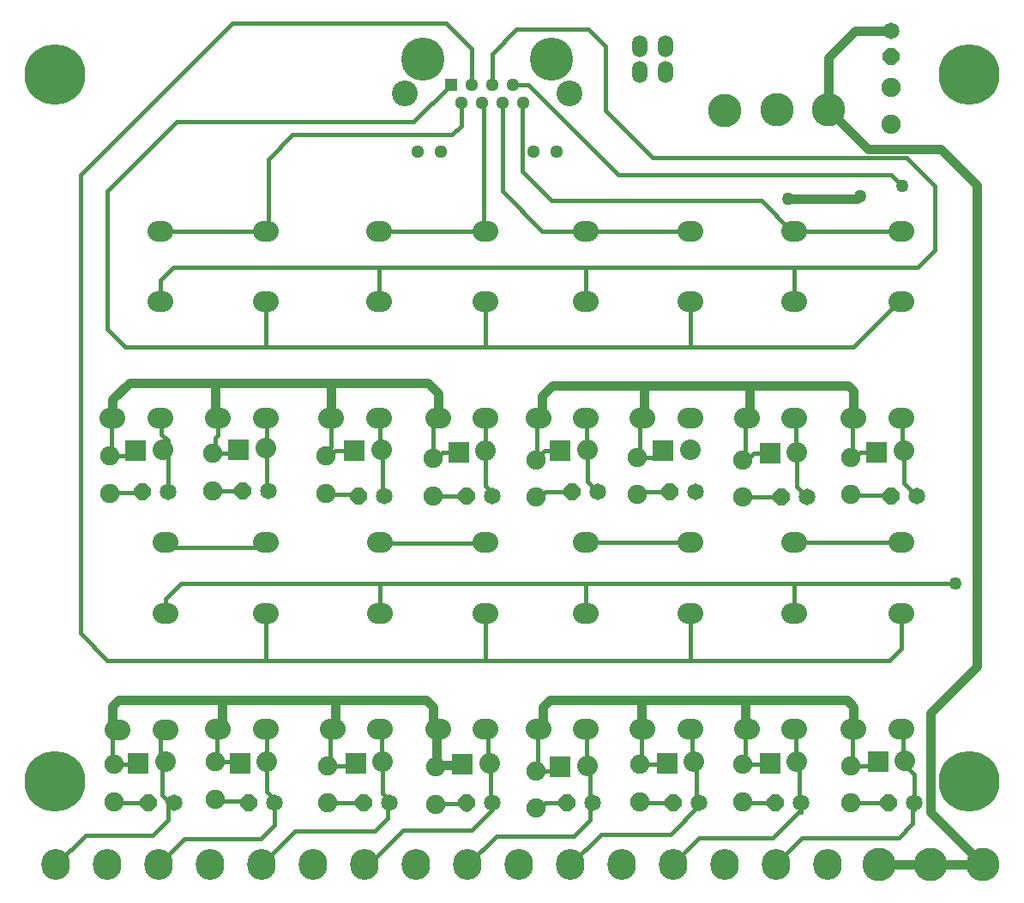
<source format=gbl>
G04*
G04 #@! TF.GenerationSoftware,Altium Limited,Altium Designer,20.1.12 (249)*
G04*
G04 Layer_Physical_Order=2*
G04 Layer_Color=16711680*
%FSTAX24Y24*%
%MOIN*%
G70*
G04*
G04 #@! TF.SameCoordinates,3ECB986E-075F-4DB5-9EE9-704FFB054EE1*
G04*
G04*
G04 #@! TF.FilePolarity,Positive*
G04*
G01*
G75*
%ADD37C,0.0150*%
%ADD38C,0.0350*%
%ADD40C,0.0650*%
%ADD41P,0.0704X8X112.5*%
%ADD42O,0.1000X0.0800*%
%ADD43C,0.0750*%
%ADD44C,0.2362*%
%ADD45C,0.0800*%
%ADD46R,0.0800X0.0800*%
%ADD47P,0.0704X8X22.5*%
%ADD48O,0.1100X0.1200*%
%ADD49C,0.1300*%
%ADD50R,0.0512X0.0512*%
%ADD51C,0.0512*%
%ADD52C,0.1680*%
%ADD53C,0.1004*%
%ADD54O,0.0600X0.0860*%
%ADD55C,0.0500*%
%ADD56C,0.0394*%
D37*
X0284Y0146D02*
X02855D01*
X0299Y01595D02*
X03255D01*
X02855Y0146D02*
X0299Y01595D01*
X0288Y0159D02*
X0293Y0164D01*
X0257Y0159D02*
X0288D01*
X0293Y0169D02*
X02935Y01695D01*
X0293Y0164D02*
Y0169D01*
X033748Y040802D02*
Y044249D01*
X035294Y039256D02*
X037D01*
X033748Y040802D02*
X035294Y039256D01*
X037D02*
X04105D01*
X03565Y04045D02*
X043806D01*
X034514Y041586D02*
Y044212D01*
Y041586D02*
X03565Y04045D01*
X032142Y043342D02*
Y044249D01*
X0318Y043D02*
X032142Y043342D01*
X0205Y031361D02*
Y031922D01*
X02075Y0291D02*
Y031111D01*
X0205Y031361D02*
X02075Y031111D01*
X035412Y017D02*
X03625D01*
X035212Y0168D02*
X035412Y017D01*
X03505Y0168D02*
X035212D01*
X03705Y01845D02*
X037154Y018346D01*
Y017096D02*
Y018346D01*
Y017096D02*
X03725Y017D01*
X032325Y016975D02*
X03235Y017D01*
X031175Y016975D02*
X032325D01*
X03115Y01695D02*
X031175Y016975D01*
X03325Y01855D02*
X0333Y0185D01*
Y01705D02*
Y0185D01*
Y01705D02*
X03335Y017D01*
X0331Y019867D02*
X033175Y019792D01*
Y018625D02*
Y019792D01*
Y018625D02*
X03325Y01855D01*
X029Y02715D02*
X02905Y0271D01*
X03305D02*
X0331Y02715D01*
X02905Y0271D02*
X03305D01*
X0451Y02715D02*
X04925D01*
X037D02*
X04105D01*
X02045Y02695D02*
X02455D01*
X0451Y024394D02*
Y02555D01*
X05135D01*
X037D02*
X0451D01*
X037Y024394D02*
Y02555D01*
X037Y02555D01*
X029D02*
X037D01*
X029Y024394D02*
Y02555D01*
X02125D02*
X029D01*
X02065Y02495D02*
X02125Y02555D01*
X02065Y024378D02*
Y02495D01*
X01735Y0236D02*
Y04145D01*
X0184Y02255D02*
X0245D01*
X01735Y0236D02*
X0184Y02255D01*
X0245D02*
X03305D01*
X02455Y0226D02*
Y024394D01*
X0245Y02255D02*
X02455Y0226D01*
X03305Y02255D02*
X04105D01*
X0331Y0226D02*
Y024394D01*
X03305Y02255D02*
X0331Y0226D01*
X04925Y023D02*
Y024394D01*
X04105Y02255D02*
X0488D01*
X04925Y023D01*
X04105Y02255D02*
Y024394D01*
X0184Y03545D02*
Y0408D01*
X0211Y0435D02*
X030291D01*
X0184Y0408D02*
X0211Y0435D01*
X024648Y039354D02*
Y042048D01*
X0256Y043D02*
X0318D01*
X024648Y042048D02*
X0256Y043D01*
X030291Y0435D02*
X031741Y04495D01*
X0343Y0471D02*
X0371D01*
X033347Y046147D02*
X0343Y0471D01*
X03775Y04395D02*
Y04645D01*
X0396Y0421D02*
X04945D01*
X0371Y0471D02*
X03775Y04645D01*
Y04395D02*
X0396Y0421D01*
X02895Y0365D02*
Y03785D01*
X02095D02*
X02895D01*
X02045Y0365D02*
Y03735D01*
X02095Y03785D01*
X02455Y0348D02*
Y0365D01*
X0245Y03475D02*
X02455Y0348D01*
X0331Y03475D02*
Y0365D01*
X0331Y03475D02*
X0331Y03475D01*
X0191Y03475D02*
X04105D01*
Y0365D01*
Y03475D02*
X0474D01*
X037Y0365D02*
Y03785D01*
X037Y03785D01*
X02895D02*
X0451D01*
Y0365D02*
Y03785D01*
X0499D01*
X0431Y03035D02*
X043262D01*
X05055Y0385D02*
Y041D01*
X0499Y03785D02*
X05055Y0385D01*
X04945Y0421D02*
X05055Y041D01*
X04885Y04145D02*
X0493Y041D01*
X03825Y04145D02*
X04885D01*
X03475Y04495D02*
X03825Y04145D01*
X043806Y04045D02*
X045Y039256D01*
X0246Y0292D02*
Y031922D01*
X02045Y018976D02*
X020526Y0189D01*
X02045Y018976D02*
Y019867D01*
X020526Y017302D02*
Y0189D01*
Y017302D02*
X02075Y017078D01*
X01865Y0185D02*
X0193D01*
X0186Y01855D02*
X01865Y0185D01*
X0186Y01855D02*
Y019867D01*
X019975Y017025D02*
X02Y017D01*
X018675Y017025D02*
X019975D01*
X01865Y01705D02*
X018675Y017025D01*
X0391Y01705D02*
X039125Y017025D01*
X040375D01*
X0404Y017D01*
X02015Y01575D02*
X02075Y01635D01*
X016399Y014599D02*
X01755Y01575D01*
X02015D01*
X044401Y014651D02*
X0454Y01565D01*
X04915D02*
X0497Y0162D01*
X0454Y01565D02*
X04915D01*
X0497Y0167D02*
X04975Y01675D01*
X0497Y0162D02*
Y0167D01*
X031053Y030403D02*
Y031972D01*
X029Y0308D02*
X02905Y03075D01*
X0291Y029D02*
X02915Y02895D01*
X0291Y029D02*
Y0307D01*
X02905Y03075D02*
X0291Y0307D01*
X03515Y019667D02*
X03525Y019767D01*
X035125Y01825D02*
Y019842D01*
X0474Y03475D02*
X04915Y0365D01*
X04925D01*
X0451Y039256D02*
X04925D01*
X045D02*
X0451D01*
X0331Y029335D02*
Y0307D01*
Y029335D02*
X03335Y029085D01*
Y02895D02*
Y029085D01*
X0331Y0307D02*
Y031972D01*
X03705Y0295D02*
Y03075D01*
Y0295D02*
X03745Y0291D01*
X037Y031972D02*
X037025Y031947D01*
Y030775D02*
Y031947D01*
Y030775D02*
X03705Y03075D01*
X0452Y0293D02*
Y03065D01*
Y0293D02*
X0456Y0289D01*
X0451Y031972D02*
X04515Y031922D01*
Y0307D02*
Y031922D01*
Y0307D02*
X0452Y03065D01*
X04935Y02945D02*
Y0307D01*
Y02945D02*
X04985Y02895D01*
X04925Y031972D02*
X0493Y031922D01*
Y03075D02*
Y031922D01*
Y03075D02*
X04935Y0307D01*
X048825Y028975D02*
X04885Y02895D01*
X047325Y028975D02*
X048825D01*
X0473Y029D02*
X047325Y028975D01*
X047662Y03065D02*
X0483D01*
X047462Y03045D02*
X047662Y03065D01*
X0473Y03045D02*
X047462D01*
X04735Y031923D02*
X0474Y031972D01*
X04735Y0305D02*
Y031923D01*
X0473Y03045D02*
X04735Y0305D01*
X0431Y0289D02*
X0446D01*
X043512Y0306D02*
X04415D01*
X043262Y03035D02*
X043512Y0306D01*
X043175Y031898D02*
X04325Y031972D01*
X043175Y030425D02*
Y031898D01*
X0431Y03035D02*
X043175Y030425D01*
X039Y029D02*
X0391Y0291D01*
X04025D01*
X0398Y03045D02*
X04Y03065D01*
X039Y03045D02*
X0398D01*
X04Y03065D02*
Y0307D01*
X0391Y031873D02*
X0392Y031972D01*
X0391Y03055D02*
Y031873D01*
X039Y03045D02*
X0391Y03055D01*
X035412Y0291D02*
X03645D01*
X035212Y0289D02*
X035412Y0291D01*
X03505Y0289D02*
X035212D01*
X0351Y0304D02*
X0354Y0307D01*
X03505Y03035D02*
X0351Y0304D01*
X0354Y0307D02*
X036D01*
X0351Y031923D02*
X03515Y031972D01*
X0351Y0304D02*
Y031923D01*
X019725Y029075D02*
X01975Y0291D01*
X018525Y029075D02*
X019725D01*
X0185Y02905D02*
X018525Y029075D01*
X0185Y0305D02*
X0193D01*
X0195Y0307D01*
X01855Y031923D02*
X0186Y031972D01*
X01855Y03055D02*
Y031923D01*
X0185Y0305D02*
X01855Y03055D01*
X02045Y031972D02*
X0205Y031922D01*
X02455Y031972D02*
X0246Y031922D01*
X02445Y031872D02*
X02455Y031972D01*
X0246Y0292D02*
X02465Y02915D01*
X0225D02*
X02365D01*
X02335Y0306D02*
X0235Y03075D01*
X0225Y0306D02*
X02335D01*
X0225D02*
X022583Y030683D01*
Y0312D01*
X0227Y031317D01*
Y031972D01*
X029Y0308D02*
Y031922D01*
X02895Y031972D02*
X029Y031922D01*
X0281Y029D02*
X02815Y02895D01*
X02695Y029D02*
X0281D01*
X0269Y02905D02*
X02695Y029D01*
X027262Y0307D02*
X028D01*
X027062Y0305D02*
X027262Y0307D01*
X0269Y0305D02*
X027062D01*
X0271Y030862D02*
Y031972D01*
X0269Y030662D02*
X0271Y030862D01*
X0269Y0305D02*
Y030662D01*
X03105Y02895D02*
X03235D01*
X031425Y03065D02*
X03205D01*
X031175Y0304D02*
X031425Y03065D01*
X03105Y0304D02*
X031175D01*
X03105D02*
X031053Y030403D01*
X03505Y01825D02*
X035075Y018275D01*
X02795Y01845D02*
X02805Y01855D01*
X02695Y01845D02*
X02795D01*
X02695D02*
X02705Y01855D01*
Y019767D01*
X02715Y019867D01*
X02695Y017D02*
X02835D01*
X0473D02*
X04875D01*
X0494Y018474D02*
Y01865D01*
X04975Y017D02*
Y018124D01*
X0494Y018474D02*
X04975Y018124D01*
X049325Y018725D02*
X0494Y01865D01*
X049325Y018725D02*
Y019792D01*
X04925Y019867D02*
X049325Y019792D01*
X0473Y01845D02*
X0482D01*
X04835Y0186D01*
X04735Y0185D02*
Y019667D01*
X0473Y01845D02*
X04735Y0185D01*
X0451Y019867D02*
X04515Y019817D01*
Y01865D02*
Y019817D01*
Y01865D02*
X0452Y0186D01*
X045275Y017075D02*
X04535Y017D01*
X045275Y017075D02*
Y018525D01*
X0452Y0186D02*
X045275Y018525D01*
X0441Y0185D02*
X04415Y01855D01*
X0431Y0185D02*
X0441D01*
X0431Y01705D02*
X043125Y017025D01*
X044325D01*
X04435Y017D01*
X043175Y019792D02*
X04325Y019867D01*
X043175Y018575D02*
Y019792D01*
X0431Y0185D02*
X043175Y018575D01*
X0412Y0186D02*
X041304Y018496D01*
Y017096D02*
Y018496D01*
Y017096D02*
X0414Y017D01*
X04105Y019867D02*
X041125Y019792D01*
Y018675D02*
Y019792D01*
Y018675D02*
X0412Y0186D01*
X03915Y019817D02*
X0392Y019867D01*
X03915Y01855D02*
Y019817D01*
X0391Y0185D02*
X03915Y01855D01*
X0401Y0185D02*
X04015Y01855D01*
X0391Y0185D02*
X0401D01*
X035125Y01825D02*
X03585D01*
X03505D02*
X035125D01*
X03585D02*
X036Y0184D01*
X023825Y017075D02*
X0239Y017D01*
X022675Y017075D02*
X023825D01*
X0226Y01715D02*
X022675Y017075D01*
X0246Y017435D02*
Y0186D01*
Y017435D02*
X0249Y017135D01*
Y017D02*
Y017135D01*
X02455Y019867D02*
X024575Y019842D01*
Y018625D02*
Y019842D01*
Y018625D02*
X0246Y0186D01*
X0235Y0186D02*
X02355Y01855D01*
X0226Y0186D02*
X0235D01*
X02265Y019817D02*
X0227Y019867D01*
X02265Y01865D02*
Y019817D01*
X0226Y0186D02*
X02265Y01865D01*
X0193Y0185D02*
X01935Y01855D01*
X02075Y017D02*
Y017078D01*
X0291Y017385D02*
Y0186D01*
Y017385D02*
X02935Y017135D01*
Y017D02*
Y017135D01*
X02905Y01865D02*
X0291Y0186D01*
X02905Y01865D02*
Y019817D01*
X029Y019867D02*
X02905Y019817D01*
X03255Y01595D02*
X03335Y01675D01*
X024399Y014599D02*
X0257Y0159D01*
X02435Y0156D02*
X0249Y01615D01*
Y01695D01*
X0204Y0146D02*
X0214Y0156D01*
X02435D01*
X02075Y01635D02*
Y017D01*
X016399Y014599D02*
Y014599D01*
X03235Y01675D02*
X03245Y01685D01*
X0324Y0146D02*
X033525Y015725D01*
X037154Y016754D02*
X03725Y01685D01*
X037154Y016351D02*
Y016754D01*
X036529Y015725D02*
X037154Y016351D01*
X033525Y015725D02*
X036529D01*
X036401Y014601D02*
X037575Y015775D01*
X040275D02*
X0414Y0169D01*
X037575Y015775D02*
X040275D01*
X04525Y01665D02*
X04535D01*
X0414Y01565D02*
X04425D01*
X0404Y01465D02*
X0414Y01565D01*
X04425D02*
X04525Y01665D01*
X04535D02*
Y01675D01*
X036401Y014601D02*
Y014601D01*
X037025Y018475D02*
X03705Y01845D01*
X037025Y018475D02*
Y019842D01*
X037Y019867D02*
X037025Y019842D01*
X032946Y019712D02*
X0331Y019867D01*
X03115Y01695D02*
X03125Y01685D01*
X0204Y0146D02*
Y0146D01*
X044401Y014601D02*
Y014651D01*
X0404Y0146D02*
Y01465D01*
X0324Y0146D02*
Y0146D01*
X024399Y014599D02*
Y014599D01*
X01735Y04145D02*
X02325Y04735D01*
X02895Y039256D02*
X0331D01*
X02045D02*
X02455D01*
X024648Y039354D01*
X0184Y03545D02*
X0191Y03475D01*
X033347Y04495D02*
Y046147D01*
X03155Y04735D02*
X032544Y046356D01*
Y04495D02*
Y046356D01*
X02325Y04735D02*
X03155D01*
X03415Y04495D02*
X03475D01*
X034514Y044212D02*
X034552Y044249D01*
X032945D02*
X033015Y04418D01*
Y039341D02*
Y04418D01*
Y039341D02*
X0331Y039256D01*
X02045D02*
X020674Y03948D01*
D38*
X03115Y0184D02*
X0312Y01845D01*
Y019817D01*
X03125Y019867D01*
X032175Y018475D02*
X0322Y0185D01*
X031225Y018475D02*
X032175D01*
X0504Y014613D02*
X052413D01*
X048413D02*
X0504D01*
Y016652D02*
Y0205D01*
X0522Y0223D02*
Y04105D01*
X0504Y0205D02*
X0522Y0223D01*
X04745Y04705D02*
X04885D01*
X046426Y046026D02*
X04745Y04705D01*
X046426Y043976D02*
Y046026D01*
X04755Y0405D02*
X04765Y0406D01*
X04485Y0405D02*
X04755D01*
X046426Y043976D02*
X047952Y04245D01*
X0508D02*
X0522Y04105D01*
X047952Y04245D02*
X0508D01*
X0504Y016652D02*
X052426Y014626D01*
X0484Y0146D02*
X048413Y014613D01*
X052413D02*
X052426Y014626D01*
X03125Y031972D02*
Y03295D01*
X0271Y03335D02*
X03085D01*
X03125Y03295D01*
X02725Y021D02*
X0308D01*
X02285D02*
X02725D01*
X02715Y019867D02*
X02725Y019967D01*
Y021D01*
X018805D02*
X02285D01*
X0227Y019867D02*
X02285Y020017D01*
Y021D01*
X0311Y020016D02*
X03125Y019867D01*
X031063Y020053D02*
X0311Y020016D01*
X031063Y020053D02*
Y020736D01*
X0186Y019867D02*
Y020795D01*
X018805Y021D01*
X0308D02*
X031063Y020736D01*
X0432Y021D02*
X047149D01*
X03915D02*
X0432D01*
Y019916D02*
X04325Y019867D01*
X0432Y019916D02*
Y021D01*
X0356D02*
X03915D01*
Y019916D02*
X0392Y019867D01*
X03915Y019916D02*
Y021D01*
X035336Y020053D02*
Y020736D01*
X03515Y019867D02*
X035336Y020053D01*
Y020736D02*
X0356Y021D01*
X047149D02*
X0474Y02075D01*
Y019867D02*
Y02075D01*
X04335Y03325D02*
X047195D01*
X03925D02*
X04335D01*
X04325Y031972D02*
X04335Y032073D01*
Y03325D01*
X0357D02*
X03925D01*
X0392Y031972D02*
X03925Y032023D01*
Y03325D01*
X0474Y031972D02*
Y033045D01*
X0353Y032123D02*
Y03285D01*
X03515Y031972D02*
X0353Y032123D01*
Y03285D02*
X0357Y03325D01*
X047195D02*
X0474Y033045D01*
X0226Y03335D02*
X0271D01*
X0271Y031972D02*
X0271Y031973D01*
Y03335D01*
X019249D02*
X0226D01*
X0186Y0327D02*
X019249Y03335D01*
X0226Y032072D02*
Y03335D01*
Y032072D02*
X0227Y031972D01*
X0186D02*
Y0327D01*
D40*
X04885Y04705D02*
D03*
X02915Y02895D02*
D03*
X03335D02*
D03*
X03745Y0291D02*
D03*
X04125D02*
D03*
X0456Y0289D02*
D03*
X04985Y02895D02*
D03*
X0414Y017D02*
D03*
X04535Y017D02*
D03*
X04975D02*
D03*
X03725D02*
D03*
X03335D02*
D03*
X02935D02*
D03*
X0249D02*
D03*
X021D02*
D03*
X02075Y0291D02*
D03*
X02465Y02915D02*
D03*
D41*
X04885Y04605D02*
D03*
D42*
X0188Y01985D02*
D03*
X02065D02*
D03*
Y027133D02*
D03*
Y024378D02*
D03*
X0474Y031972D02*
D03*
X04925D02*
D03*
Y039256D02*
D03*
Y0365D02*
D03*
X0227Y019867D02*
D03*
X02455D02*
D03*
Y02715D02*
D03*
Y024394D02*
D03*
X02715Y019867D02*
D03*
X029D02*
D03*
Y02715D02*
D03*
Y024394D02*
D03*
X03125Y019867D02*
D03*
X0331D02*
D03*
Y02715D02*
D03*
Y024394D02*
D03*
X03515Y019867D02*
D03*
X037D02*
D03*
Y02715D02*
D03*
Y024394D02*
D03*
X0392Y019867D02*
D03*
X04105D02*
D03*
Y02715D02*
D03*
Y024394D02*
D03*
X0474Y019867D02*
D03*
X04925D02*
D03*
Y02715D02*
D03*
Y024394D02*
D03*
X04325Y019867D02*
D03*
X0451D02*
D03*
Y02715D02*
D03*
Y024394D02*
D03*
X0392Y031972D02*
D03*
X04105D02*
D03*
Y039256D02*
D03*
Y0365D02*
D03*
X03125Y031972D02*
D03*
X0331D02*
D03*
Y039256D02*
D03*
Y0365D02*
D03*
X0227Y031972D02*
D03*
X02455D02*
D03*
Y039256D02*
D03*
Y0365D02*
D03*
X04325Y031972D02*
D03*
X0451D02*
D03*
Y039256D02*
D03*
Y0365D02*
D03*
X03515Y031972D02*
D03*
X037D02*
D03*
Y039256D02*
D03*
Y0365D02*
D03*
X0271Y031972D02*
D03*
X02895D02*
D03*
Y039256D02*
D03*
Y0365D02*
D03*
X0186Y031972D02*
D03*
X02045D02*
D03*
Y039256D02*
D03*
Y0365D02*
D03*
D43*
X04885Y04485D02*
D03*
Y0434D02*
D03*
X0431Y01705D02*
D03*
Y0185D02*
D03*
X03505Y0168D02*
D03*
Y01825D02*
D03*
X02695Y017D02*
D03*
Y01845D02*
D03*
X01865Y01705D02*
D03*
Y0185D02*
D03*
X0431Y0289D02*
D03*
Y03035D02*
D03*
X03505Y0289D02*
D03*
Y03035D02*
D03*
X0269Y02905D02*
D03*
Y0305D02*
D03*
X0185Y02905D02*
D03*
Y0305D02*
D03*
X0473Y017D02*
D03*
Y01845D02*
D03*
X0391Y01705D02*
D03*
Y0185D02*
D03*
X03115Y01695D02*
D03*
Y0184D02*
D03*
X0473Y029D02*
D03*
Y03045D02*
D03*
X039Y029D02*
D03*
Y03045D02*
D03*
X03105Y02895D02*
D03*
Y0304D02*
D03*
X0226Y01715D02*
D03*
Y0186D02*
D03*
X0225Y02915D02*
D03*
Y0306D02*
D03*
D44*
X0519Y04535D02*
D03*
X01635D02*
D03*
X0519Y01785D02*
D03*
X01635D02*
D03*
D45*
X04935Y0307D02*
D03*
X0452Y03065D02*
D03*
X04105Y03075D02*
D03*
X03705D02*
D03*
X02905D02*
D03*
X02055D02*
D03*
X0412Y0186D02*
D03*
X0452D02*
D03*
X0494Y01865D02*
D03*
X03705Y01845D02*
D03*
X03325Y01855D02*
D03*
X0291Y0186D02*
D03*
X0246D02*
D03*
X02065D02*
D03*
X0331Y0307D02*
D03*
X02455Y0308D02*
D03*
D46*
X0483Y03065D02*
D03*
X04415Y0306D02*
D03*
X04Y0307D02*
D03*
X036D02*
D03*
X028D02*
D03*
X0195D02*
D03*
X04015Y01855D02*
D03*
X04415D02*
D03*
X04835Y0186D02*
D03*
X036Y0184D02*
D03*
X0322Y0185D02*
D03*
X02805Y01855D02*
D03*
X02355D02*
D03*
X0196D02*
D03*
X03205Y03065D02*
D03*
X0235Y03075D02*
D03*
D47*
X02815Y02895D02*
D03*
X03235D02*
D03*
X03645Y0291D02*
D03*
X04025D02*
D03*
X0446Y0289D02*
D03*
X04885Y02895D02*
D03*
X0404Y017D02*
D03*
X04435Y017D02*
D03*
X04875D02*
D03*
X03625D02*
D03*
X03235D02*
D03*
X02835D02*
D03*
X0239D02*
D03*
X02D02*
D03*
X01975Y0291D02*
D03*
X02365Y02915D02*
D03*
D48*
X0404Y0146D02*
D03*
X046404Y014604D02*
D03*
X044401Y014601D02*
D03*
X0424Y0146D02*
D03*
X0324D02*
D03*
X038404Y014604D02*
D03*
X036401Y014601D02*
D03*
X0344Y0146D02*
D03*
X024399Y014599D02*
D03*
X030403Y014603D02*
D03*
X0284Y0146D02*
D03*
X026399Y014599D02*
D03*
X016399D02*
D03*
X022403Y014603D02*
D03*
X0204Y0146D02*
D03*
X018399Y014599D02*
D03*
D49*
X0504Y0146D02*
D03*
X0484D02*
D03*
X052426Y014626D02*
D03*
X044426Y043976D02*
D03*
X046426D02*
D03*
X0424Y04395D02*
D03*
D50*
X031741Y04495D02*
D03*
D51*
X032142Y044249D02*
D03*
X032544Y04495D02*
D03*
X032945Y044249D02*
D03*
X033347Y04495D02*
D03*
X033748Y044249D02*
D03*
X03415Y04495D02*
D03*
X034552Y044249D02*
D03*
X031347Y042352D02*
D03*
X030445Y042352D02*
D03*
X034945Y042352D02*
D03*
X035847Y042352D02*
D03*
D52*
X030646Y04595D02*
D03*
X035646Y04595D02*
D03*
D53*
X036345Y0446D02*
D03*
X029947D02*
D03*
D54*
X0401Y04645D02*
D03*
X0391D02*
D03*
X0401Y04545D02*
D03*
X0391D02*
D03*
D55*
X0493Y041D02*
D03*
X04765Y0406D02*
D03*
X04485Y0405D02*
D03*
X05135Y02555D02*
D03*
D56*
X05255Y04465D02*
D03*
X05125Y046D02*
D03*
X05255D02*
D03*
X05125Y04465D02*
D03*
X0519Y0463D02*
D03*
X05285Y04535D02*
D03*
X05095D02*
D03*
X05195Y0444D02*
D03*
X017Y04465D02*
D03*
X0157Y046D02*
D03*
X017D02*
D03*
X0157Y04465D02*
D03*
X01635Y0463D02*
D03*
X0173Y04535D02*
D03*
X0154D02*
D03*
X0164Y0444D02*
D03*
X05255Y01715D02*
D03*
X05125Y0185D02*
D03*
X05255D02*
D03*
X05125Y01715D02*
D03*
X0519Y0188D02*
D03*
X05285Y01785D02*
D03*
X05095D02*
D03*
X05195Y0169D02*
D03*
X017Y01715D02*
D03*
X0157Y0185D02*
D03*
X017D02*
D03*
X0157Y01715D02*
D03*
X01635Y0188D02*
D03*
X0173Y01785D02*
D03*
X0154D02*
D03*
X0164Y0169D02*
D03*
M02*

</source>
